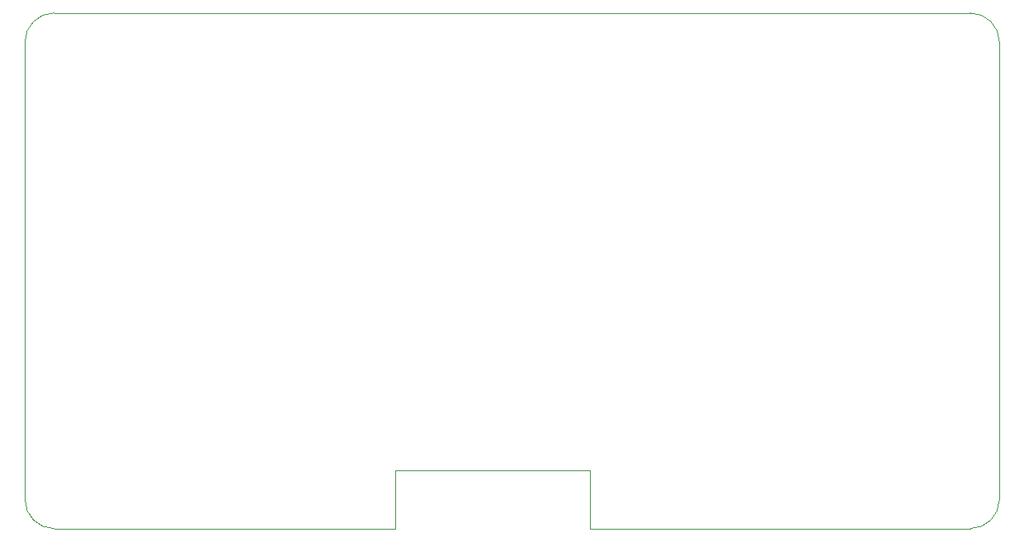
<source format=gm1>
G04 #@! TF.GenerationSoftware,KiCad,Pcbnew,(6.0.1-0)*
G04 #@! TF.CreationDate,2023-01-13T10:30:12+06:00*
G04 #@! TF.ProjectId,ESP_GSM,4553505f-4753-44d2-9e6b-696361645f70,rev?*
G04 #@! TF.SameCoordinates,Original*
G04 #@! TF.FileFunction,Profile,NP*
%FSLAX46Y46*%
G04 Gerber Fmt 4.6, Leading zero omitted, Abs format (unit mm)*
G04 Created by KiCad (PCBNEW (6.0.1-0)) date 2023-01-13 10:30:12*
%MOMM*%
%LPD*%
G01*
G04 APERTURE LIST*
G04 #@! TA.AperFunction,Profile*
%ADD10C,0.100000*%
G04 #@! TD*
G04 APERTURE END LIST*
D10*
X122000000Y-95000000D02*
X122000000Y-95000000D01*
X63000000Y-95000000D02*
X94000000Y-95000000D01*
X160000000Y-45000000D02*
G75*
G03*
X157000000Y-42000000I-3000001J-1D01*
G01*
X63000000Y-42000000D02*
G75*
G03*
X60000000Y-45000000I1J-3000001D01*
G01*
X98000000Y-89000000D02*
X118000000Y-89000000D01*
X118000000Y-95000000D02*
X122000000Y-95000000D01*
X98000000Y-95000000D02*
X98000000Y-89000000D01*
X122000000Y-95000000D02*
X157000000Y-95000000D01*
X157000000Y-95000000D02*
G75*
G03*
X160000000Y-92000000I-1J3000001D01*
G01*
X60000000Y-92000000D02*
X60000000Y-45000000D01*
X60000001Y-48000000D02*
G75*
G03*
X60000001Y-48000000I-1J0D01*
G01*
X160000000Y-45000000D02*
X160000000Y-92000000D01*
X94000000Y-95000000D02*
X98000000Y-95000000D01*
X94000000Y-95000000D02*
X94000000Y-95000000D01*
X118000000Y-89000000D02*
X118000000Y-95000000D01*
X60000000Y-92000000D02*
G75*
G03*
X63000000Y-95000000I3000001J1D01*
G01*
X63000000Y-42000000D02*
X157000000Y-42000000D01*
M02*

</source>
